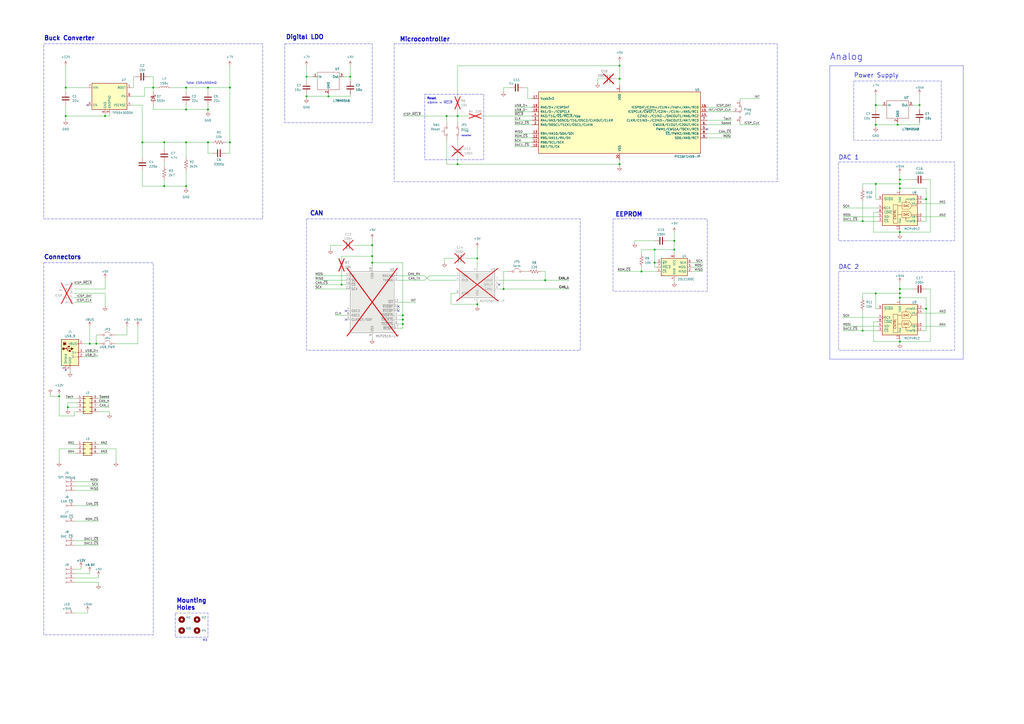
<source format=kicad_sch>
(kicad_sch (version 20250114) (generator "eeschema") (generator_version "9.0")
  (paper "A2")
  (title_block (title "CAN Gauge Interface") (date "2025-09-19") (rev "0.1") (company "Sam Anthony"))
  (rectangle (start 25.4 25.4) (end 152.4 127) (stroke (width 0) (type dash)))
  (rectangle (start 495.3 46.99) (end 546.1 81.28) (stroke (width 0) (type dash)))
  (rectangle (start 355.6 127) (end 410.21 168.91) (stroke (width 0) (type dash)))
  (rectangle (start 101.6 355.5999) (end 120.65 369.5699) (stroke (width 0) (type dash)))
  (rectangle (start 165.1 25.4) (end 215.9 71.12) (stroke (width 0) (type dash)))
  (rectangle (start 246.38 54.61) (end 280.67 92.71) (stroke (width 0) (type dash)))
  (rectangle (start 486.41 157.48) (end 553.72 203.2) (stroke (width 0) (type dash)))
  (rectangle (start 177.8 127) (end 336.55 203.2) (stroke (width 0) (type dash)))
  (rectangle (start 25.4 152.4) (end 88.9 368.3) (stroke (width 0) (type dash)))
  (rectangle (start 486.41 93.98) (end 553.72 139.7) (stroke (width 0) (type dash)))
  (rectangle (start 228.6 25.4) (end 450.85 105.41) (stroke (width 0) (type dash)))
  (rectangle (start 481.33 38.1) (end 558.8 208.28))
  (text "Connectors" (at 25.4 149.225 0) (effects (font (size 2.54 2.54) (thickness 0.508) (bold yes)) (justify left)))
  (text "Power Supply" (at 495.3 43.815 0) (effects (font (size 2.54 2.54) (thickness 0.254) (bold yes)) (justify left)))
  (text "Buck Converter" (at 25.4 22.225 0) (effects (font (size 2.54 2.54) (thickness 0.508) (bold yes)) (justify left)))
  (text "Total ESR≤550mΩ" (at 107.95 48.26 0) (effects (font (size 1.27 1.27)) (justify left)))
  (text "CAN" (at 179.705 123.825 0) (effects (font (size 2.54 2.54) (thickness 0.508) (bold yes)) (justify left)))
  (text "Reset" (at 247.65 57.15 0) (effects (font (size 1.27 1.27) (thickness 0.254) (bold yes)) (justify left)))
  (text "Mounting\nHoles" (at 102.235 350.5199 0) (effects (font (size 2.54 2.54) (thickness 0.508) (bold yes)) (justify left)))
  (text "M3\n" (at 117.475 371.4749 0) (effects (font (size 1.27 1.27)) (justify left)))
  (text "EEPROM" (at 356.87 124.46 0) (effects (font (size 2.54 2.54) (thickness 0.508) (bold yes)) (justify left)))
  (text "Digital LDO" (at 165.735 21.59 0) (effects (font (size 2.54 2.54) (thickness 0.508) (bold yes)) (justify left)))
  (text "≤6mm ↔ ~{MCLR}" (at 247.65 59.69 0) (effects (font (size 1.27 1.27)) (justify left)))
  (text "DAC 1" (at 486.41 91.44 0) (effects (font (size 2.54 2.54) (thickness 0.254) (bold yes)) (justify left)))
  (text "Microcontroller" (at 231.775 22.86 0) (effects (font (size 2.54 2.54) (thickness 0.508) (bold yes)) (justify left)))
  (text "Analog" (at 481.33 33.02 0) (effects (font (size 3.81 3.81) (thickness 0.254) (bold yes)) (justify left)))
  (text "Isolation" (at 270.51 78.74 0) (effects (font (size 0.889 0.889))))
  (text "DAC 2" (at 486.41 154.94 0) (effects (font (size 2.54 2.54) (thickness 0.254) (bold yes)) (justify left)))
  (junction (at 38.1 50.8))
  (junction (at 120.65 50.8))
  (junction (at 39.37 236.22))
  (junction (at 521.97 170.18))
  (junction (at 120.65 63.5))
  (junction (at 521.97 172.72))
  (junction (at 391.16 144.78))
  (junction (at 521.97 104.14))
  (junction (at 233.68 185.42))
  (junction (at 533.4 60.96))
  (junction (at 508 170.18))
  (junction (at 391.16 139.7))
  (junction (at 537.21 115.57))
  (junction (at 60.96 67.31))
  (junction (at 500.38 191.77))
  (junction (at 359.41 38.1))
  (junction (at 107.95 82.55))
  (junction (at 34.29 229.87))
  (junction (at 203.2 44.45))
  (junction (at 107.95 63.5))
  (junction (at 177.8 55.88))
  (junction (at 233.68 182.88))
  (junction (at 359.41 45.72))
  (junction (at 120.65 82.55))
  (junction (at 55.88 199.39))
  (junction (at 500.38 128.27))
  (junction (at 88.9 50.8))
  (junction (at 521.97 134.62))
  (junction (at 359.41 95.25))
  (junction (at 95.25 107.95))
  (junction (at 82.55 82.55))
  (junction (at 38.1 67.31))
  (junction (at 107.95 107.95))
  (junction (at 215.9 142.24))
  (junction (at 265.43 67.31))
  (junction (at 521.97 106.68))
  (junction (at 521.97 198.12))
  (junction (at 537.21 179.07))
  (junction (at 95.25 82.55))
  (junction (at 276.86 176.53))
  (junction (at 508 60.96))
  (junction (at 215.9 152.4))
  (junction (at 276.86 149.86))
  (junction (at 316.23 162.56))
  (junction (at 379.73 152.4))
  (junction (at 133.35 50.8))
  (junction (at 521.97 167.64))
  (junction (at 372.11 157.48))
  (junction (at 52.07 199.39))
  (junction (at 215.9 148.59))
  (junction (at 508 106.68))
  (junction (at 190.5 55.88))
  (junction (at 198.12 165.1))
  (junction (at 508 72.39))
  (junction (at 379.73 144.78))
  (junction (at 133.35 82.55))
  (junction (at 520.7 72.39))
  (junction (at 521.97 109.22))
  (junction (at 177.8 44.45))
  (junction (at 107.95 50.8))
  (junction (at 265.43 95.25))
  (junction (at 259.08 67.31))
  (junction (at 233.68 187.96))
  (junction (at 292.1 167.64))
  (no_connect (at 38.1 214.63))
  (no_connect (at 231.14 177.8))
  (no_connect (at 200.66 185.42))
  (no_connect (at 50.8 60.96))
  (no_connect (at 289.56 165.1))
  (no_connect (at 200.66 180.34))
  (no_connect (at 410.21 74.93))
  (no_connect (at 231.14 180.34))
  (wire (pts (xy 231.14 162.56) (xy 246.38 162.56)))
  (wire (pts (xy 265.43 95.25) (xy 265.43 91.44)))
  (wire (pts (xy 410.21 69.85) (xy 424.18 69.85)))
  (wire (pts (xy 203.2 55.88) (xy 203.2 54.61)))
  (wire (pts (xy 215.9 142.24) (xy 215.9 148.59)))
  (wire (pts (xy 506.73 186.69) (xy 509.27 186.69)))
  (wire (pts (xy 292.1 157.48) (xy 294.64 157.48)))
  (wire (pts (xy 44.45 260.35) (xy 34.29 260.35)))
  (wire (pts (xy 233.68 187.96) (xy 233.68 185.42)))
  (wire (pts (xy 506.73 123.19) (xy 509.27 123.19)))
  (wire (pts (xy 265.43 38.1) (xy 359.41 38.1)))
  (wire (pts (xy 231.14 187.96) (xy 233.68 187.96)))
  (wire (pts (xy 289.56 167.64) (xy 292.1 167.64)))
  (wire (pts (xy 521.97 172.72) (xy 521.97 173.99)))
  (wire (pts (xy 215.9 195.58) (xy 215.9 196.85)))
  (wire (pts (xy 60.96 167.64) (xy 60.96 161.29)))
  (wire (pts (xy 48.26 204.47) (xy 57.15 204.47)))
  (wire (pts (xy 381 152.4) (xy 379.73 152.4)))
  (wire (pts (xy 508 71.12) (xy 508 72.39)))
  (wire (pts (xy 38.1 38.1) (xy 38.1 50.8)))
  (wire (pts (xy 262.89 149.86) (xy 257.81 149.86)))
  (wire (pts (xy 508 179.07) (xy 508 170.18)))
  (wire (pts (xy 177.8 55.88) (xy 190.5 55.88)))
  (wire (pts (xy 500.38 191.77) (xy 509.27 191.77)))
  (wire (pts (xy 372.11 144.78) (xy 379.73 144.78)))
  (wire (pts (xy 265.43 38.1) (xy 265.43 55.88)))
  (wire (pts (xy 534.67 128.27) (xy 537.21 128.27)))
  (wire (pts (xy 488.95 184.15) (xy 509.27 184.15)))
  (wire (pts (xy 120.65 50.8) (xy 133.35 50.8)))
  (wire (pts (xy 521.97 196.85) (xy 521.97 198.12)))
  (wire (pts (xy 82.55 91.44) (xy 82.55 82.55)))
  (wire (pts (xy 233.68 185.42) (xy 233.68 182.88)))
  (wire (pts (xy 123.19 82.55) (xy 120.65 82.55)))
  (wire (pts (xy 521.97 198.12) (xy 521.97 199.39)))
  (wire (pts (xy 537.21 172.72) (xy 521.97 172.72)))
  (wire (pts (xy 410.21 64.77) (xy 425.45 64.77)))
  (wire (pts (xy 34.29 241.3) (xy 34.29 229.87)))
  (wire (pts (xy 198.12 165.1) (xy 198.12 157.48)))
  (wire (pts (xy 57.15 260.35) (xy 67.31 260.35)))
  (wire (pts (xy 52.07 332.74) (xy 52.07 331.47)))
  (wire (pts (xy 203.2 46.99) (xy 203.2 44.45)))
  (wire (pts (xy 39.37 236.22) (xy 39.37 237.49)))
  (wire (pts (xy 38.1 50.8) (xy 38.1 53.34)))
  (wire (pts (xy 43.18 293.37) (xy 57.15 293.37)))
  (wire (pts (xy 57.15 233.68) (xy 63.5 233.68)))
  (wire (pts (xy 298.45 82.55) (xy 308.61 82.55)))
  (wire (pts (xy 506.73 134.62) (xy 521.97 134.62)))
  (wire (pts (xy 82.55 60.96) (xy 82.55 82.55)))
  (wire (pts (xy 534.67 181.61) (xy 548.64 181.61)))
  (wire (pts (xy 203.2 44.45) (xy 199.39 44.45)))
  (wire (pts (xy 539.75 134.62) (xy 521.97 134.62)))
  (wire (pts (xy 182.88 165.1) (xy 198.12 165.1)))
  (wire (pts (xy 511.81 60.96) (xy 508 60.96)))
  (wire (pts (xy 43.18 302.26) (xy 57.15 302.26)))
  (wire (pts (xy 429.26 71.12) (xy 429.26 72.39)))
  (wire (pts (xy 95.25 93.98) (xy 95.25 96.52)))
  (wire (pts (xy 509.27 115.57) (xy 508 115.57)))
  (wire (pts (xy 508 72.39) (xy 520.7 72.39)))
  (wire (pts (xy 534.67 118.11) (xy 548.64 118.11)))
  (wire (pts (xy 55.88 199.39) (xy 57.15 199.39)))
  (wire (pts (xy 88.9 63.5) (xy 107.95 63.5)))
  (wire (pts (xy 298.45 69.85) (xy 308.61 69.85)))
  (wire (pts (xy 182.88 160.02) (xy 200.66 160.02)))
  (wire (pts (xy 537.21 109.22) (xy 537.21 115.57)))
  (wire (pts (xy 410.21 62.23) (xy 424.18 62.23)))
  (wire (pts (xy 508 106.68) (xy 521.97 106.68)))
  (wire (pts (xy 508 115.57) (xy 508 106.68)))
  (wire (pts (xy 537.21 172.72) (xy 537.21 179.07)))
  (wire (pts (xy 194.31 182.88) (xy 200.66 182.88)))
  (wire (pts (xy 46.99 330.2) (xy 46.99 328.93)))
  (wire (pts (xy 488.95 189.23) (xy 509.27 189.23)))
  (wire (pts (xy 203.2 38.1) (xy 203.2 44.45)))
  (wire (pts (xy 520.7 72.39) (xy 520.7 71.12)))
  (wire (pts (xy 372.11 147.32) (xy 372.11 144.78)))
  (wire (pts (xy 177.8 54.61) (xy 177.8 55.88)))
  (wire (pts (xy 359.41 45.72) (xy 356.87 45.72)))
  (wire (pts (xy 57.15 236.22) (xy 63.5 236.22)))
  (wire (pts (xy 359.41 49.53) (xy 359.41 45.72)))
  (wire (pts (xy 215.9 148.59) (xy 215.9 152.4)))
  (wire (pts (xy 82.55 107.95) (xy 95.25 107.95)))
  (wire (pts (xy 107.95 82.55) (xy 95.25 82.55)))
  (wire (pts (xy 233.68 67.31) (xy 259.08 67.31)))
  (wire (pts (xy 429.26 58.42) (xy 429.26 57.15)))
  (wire (pts (xy 521.97 167.64) (xy 521.97 170.18)))
  (wire (pts (xy 506.73 134.62) (xy 506.73 123.19)))
  (wire (pts (xy 107.95 82.55) (xy 107.95 91.44)))
  (wire (pts (xy 534.67 189.23) (xy 548.64 189.23)))
  (wire (pts (xy 50.8 355.6) (xy 50.8 354.33)))
  (wire (pts (xy 43.18 165.1) (xy 53.34 165.1)))
  (wire (pts (xy 191.77 142.24) (xy 191.77 144.78)))
  (wire (pts (xy 120.65 82.55) (xy 107.95 82.55)))
  (wire (pts (xy 57.15 238.76) (xy 63.5 238.76)))
  (wire (pts (xy 39.37 236.22) (xy 44.45 236.22)))
  (wire (pts (xy 521.97 163.83) (xy 521.97 167.64)))
  (wire (pts (xy 539.75 167.64) (xy 539.75 198.12)))
  (wire (pts (xy 133.35 50.8) (xy 133.35 82.55)))
  (wire (pts (xy 60.96 170.18) (xy 60.96 177.8)))
  (wire (pts (xy 308.61 57.15) (xy 306.07 57.15)))
  (wire (pts (xy 539.75 104.14) (xy 539.75 134.62)))
  (wire (pts (xy 379.73 154.94) (xy 379.73 152.4)))
  (wire (pts (xy 537.21 109.22) (xy 521.97 109.22)))
  (wire (pts (xy 44.45 233.68) (xy 39.37 233.68)))
  (wire (pts (xy 57.15 337.82) (xy 57.15 339.09)))
  (wire (pts (xy 379.73 144.78) (xy 391.16 144.78)))
  (wire (pts (xy 55.88 194.31) (xy 57.15 194.31)))
  (wire (pts (xy 177.8 55.88) (xy 177.8 57.15)))
  (wire (pts (xy 372.11 157.48) (xy 372.11 154.94)))
  (wire (pts (xy 67.31 260.35) (xy 67.31 267.97)))
  (wire (pts (xy 38.1 67.31) (xy 38.1 69.85)))
  (wire (pts (xy 391.16 139.7) (xy 391.16 144.78)))
  (wire (pts (xy 401.32 157.48) (xy 407.67 157.48)))
  (wire (pts (xy 306.07 50.8) (xy 303.53 50.8)))
  (wire (pts (xy 533.4 54.61) (xy 533.4 60.96)))
  (wire (pts (xy 107.95 50.8) (xy 120.65 50.8)))
  (wire (pts (xy 88.9 44.45) (xy 88.9 50.8)))
  (wire (pts (xy 270.51 149.86) (xy 276.86 149.86)))
  (wire (pts (xy 76.2 60.96) (xy 82.55 60.96)))
  (wire (pts (xy 88.9 60.96) (xy 88.9 63.5)))
  (wire (pts (xy 410.21 80.01) (xy 424.18 80.01)))
  (wire (pts (xy 198.12 149.86) (xy 198.12 148.59)))
  (wire (pts (xy 306.07 57.15) (xy 306.07 50.8)))
  (wire (pts (xy 107.95 63.5) (xy 120.65 63.5)))
  (wire (pts (xy 429.26 57.15) (xy 440.69 57.15)))
  (wire (pts (xy 190.5 55.88) (xy 190.5 54.61)))
  (wire (pts (xy 292.1 50.8) (xy 292.1 53.34)))
  (wire (pts (xy 57.15 262.89) (xy 62.23 262.89)))
  (wire (pts (xy 500.38 106.68) (xy 508 106.68)))
  (wire (pts (xy 99.06 50.8) (xy 107.95 50.8)))
  (wire (pts (xy 44.45 238.76) (xy 43.18 238.76)))
  (wire (pts (xy 107.95 60.96) (xy 107.95 63.5)))
  (wire (pts (xy 88.9 53.34) (xy 88.9 50.8)))
  (wire (pts (xy 257.81 149.86) (xy 257.81 152.4)))
  (wire (pts (xy 316.23 157.48) (xy 316.23 162.56)))
  (wire (pts (xy 39.37 257.81) (xy 44.45 257.81)))
  (wire (pts (xy 120.65 82.55) (xy 120.65 88.9)))
  (wire (pts (xy 43.18 335.28) (xy 57.15 335.28)))
  (wire (pts (xy 107.95 107.95) (xy 107.95 109.22)))
  (wire (pts (xy 410.21 72.39) (xy 424.18 72.39)))
  (wire (pts (xy 63.5 238.76) (xy 63.5 240.03)))
  (wire (pts (xy 133.35 82.55) (xy 133.35 88.9)))
  (wire (pts (xy 259.08 67.31) (xy 259.08 71.12)))
  (wire (pts (xy 233.68 152.4) (xy 233.68 182.88)))
  (wire (pts (xy 95.25 107.95) (xy 107.95 107.95)))
  (wire (pts (xy 43.18 316.23) (xy 57.15 316.23)))
  (wire (pts (xy 265.43 81.28) (xy 265.43 83.82)))
  (wire (pts (xy 233.68 152.4) (xy 215.9 152.4)))
  (wire (pts (xy 120.65 50.8) (xy 120.65 53.34)))
  (wire (pts (xy 521.97 109.22) (xy 521.97 110.49)))
  (wire (pts (xy 298.45 77.47) (xy 308.61 77.47)))
  (wire (pts (xy 200.66 165.1) (xy 198.12 165.1)))
  (wire (pts (xy 298.45 85.09) (xy 308.61 85.09)))
  (wire (pts (xy 316.23 162.56) (xy 330.2 162.56)))
  (wire (pts (xy 259.08 67.31) (xy 265.43 67.31)))
  (wire (pts (xy 539.75 198.12) (xy 521.97 198.12)))
  (wire (pts (xy 198.12 148.59) (xy 215.9 148.59)))
  (wire (pts (xy 29.21 228.6) (xy 29.21 229.87)))
  (wire (pts (xy 120.65 63.5) (xy 120.65 60.96)))
  (wire (pts (xy 107.95 107.95) (xy 107.95 99.06)))
  (wire (pts (xy 177.8 38.1) (xy 177.8 44.45)))
  (wire (pts (xy 537.21 179.07) (xy 537.21 191.77)))
  (wire (pts (xy 521.97 100.33) (xy 521.97 104.14)))
  (wire (pts (xy 231.14 190.5) (xy 233.68 190.5)))
  (wire (pts (xy 29.21 229.87) (xy 34.29 229.87)))
  (wire (pts (xy 304.8 157.48) (xy 306.07 157.48)))
  (wire (pts (xy 358.14 157.48) (xy 372.11 157.48)))
  (wire (pts (xy 107.95 50.8) (xy 107.95 53.34)))
  (wire (pts (xy 506.73 198.12) (xy 521.97 198.12)))
  (wire (pts (xy 295.91 50.8) (xy 292.1 50.8)))
  (wire (pts (xy 359.41 95.25) (xy 359.41 96.52)))
  (wire (pts (xy 521.97 104.14) (xy 529.59 104.14)))
  (wire (pts (xy 43.18 284.48) (xy 57.15 284.48)))
  (wire (pts (xy 43.18 281.94) (xy 57.15 281.94)))
  (wire (pts (xy 521.97 170.18) (xy 521.97 172.72)))
  (wire (pts (xy 500.38 172.72) (xy 500.38 170.18)))
  (wire (pts (xy 43.18 238.76) (xy 43.18 241.3)))
  (wire (pts (xy 55.88 199.39) (xy 55.88 194.31)))
  (wire (pts (xy 57.15 231.14) (xy 63.5 231.14)))
  (wire (pts (xy 60.96 67.31) (xy 60.96 66.04)))
  (wire (pts (xy 67.31 199.39) (xy 80.01 199.39)))
  (wire (pts (xy 279.4 67.31) (xy 308.61 67.31)))
  (wire (pts (xy 43.18 241.3) (xy 34.29 241.3)))
  (wire (pts (xy 82.55 82.55) (xy 95.25 82.55)))
  (wire (pts (xy 534.67 179.07) (xy 537.21 179.07)))
  (wire (pts (xy 48.26 199.39) (xy 52.07 199.39)))
  (wire (pts (xy 259.08 81.28) (xy 259.08 95.25)))
  (wire (pts (xy 52.07 199.39) (xy 55.88 199.39)))
  (wire (pts (xy 500.38 170.18) (xy 508 170.18)))
  (wire (pts (xy 298.45 64.77) (xy 308.61 64.77)))
  (wire (pts (xy 500.38 128.27) (xy 509.27 128.27)))
  (wire (pts (xy 401.32 154.94) (xy 407.67 154.94)))
  (wire (pts (xy 120.65 63.5) (xy 120.65 64.77)))
  (wire (pts (xy 521.97 106.68) (xy 521.97 109.22)))
  (wire (pts (xy 57.15 257.81) (xy 62.23 257.81)))
  (wire (pts (xy 410.21 77.47) (xy 424.18 77.47)))
  (wire (pts (xy 76.2 50.8) (xy 77.47 50.8)))
  (wire (pts (xy 508 170.18) (xy 521.97 170.18)))
  (wire (pts (xy 276.86 176.53) (xy 276.86 177.8)))
  (wire (pts (xy 248.92 160.02) (xy 246.38 162.56)))
  (wire (pts (xy 38.1 60.96) (xy 38.1 67.31)))
  (wire (pts (xy 43.18 332.74) (xy 52.07 332.74)))
  (wire (pts (xy 57.15 335.28) (xy 57.15 334.01)))
  (wire (pts (xy 39.37 233.68) (xy 39.37 236.22)))
  (wire (pts (xy 500.38 116.84) (xy 500.38 128.27)))
  (wire (pts (xy 346.71 45.72) (xy 349.25 45.72)))
  (wire (pts (xy 391.16 162.56) (xy 391.16 163.83)))
  (wire (pts (xy 34.29 260.35) (xy 34.29 267.97)))
  (wire (pts (xy 38.1 231.14) (xy 44.45 231.14)))
  (wire (pts (xy 231.14 182.88) (xy 233.68 182.88)))
  (wire (pts (xy 130.81 82.55) (xy 133.35 82.55)))
  (wire (pts (xy 391.16 144.78) (xy 391.16 147.32)))
  (wire (pts (xy 379.73 144.78) (xy 379.73 152.4)))
  (wire (pts (xy 88.9 50.8) (xy 91.44 50.8)))
  (wire (pts (xy 521.97 134.62) (xy 521.97 135.89)))
  (wire (pts (xy 43.18 337.82) (xy 57.15 337.82)))
  (wire (pts (xy 508 60.96) (xy 508 63.5)))
  (wire (pts (xy 313.69 157.48) (xy 316.23 157.48)))
  (wire (pts (xy 359.41 92.71) (xy 359.41 95.25)))
  (wire (pts (xy 488.95 191.77) (xy 500.38 191.77)))
  (wire (pts (xy 276.86 175.26) (xy 276.86 176.53)))
  (wire (pts (xy 43.18 313.69) (xy 57.15 313.69)))
  (wire (pts (xy 63.5 66.04) (xy 63.5 67.31)))
  (wire (pts (xy 508 72.39) (xy 508 73.66)))
  (wire (pts (xy 506.73 198.12) (xy 506.73 186.69)))
  (wire (pts (xy 429.26 72.39) (xy 440.69 72.39)))
  (wire (pts (xy 292.1 167.64) (xy 292.1 157.48)))
  (wire (pts (xy 508 54.61) (xy 508 60.96)))
  (wire (pts (xy 182.88 167.64) (xy 200.66 167.64)))
  (wire (pts (xy 43.18 355.6) (xy 50.8 355.6)))
  (wire (pts (xy 133.35 88.9) (xy 130.81 88.9)))
  (wire (pts (xy 387.35 139.7) (xy 391.16 139.7)))
  (wire (pts (xy 391.16 134.62) (xy 391.16 139.7)))
  (wire (pts (xy 265.43 95.25) (xy 359.41 95.25)))
  (wire (pts (xy 537.21 104.14) (xy 539.75 104.14)))
  (wire (pts (xy 198.12 142.24) (xy 191.77 142.24)))
  (wire (pts (xy 261.62 170.18) (xy 264.16 170.18)))
  (wire (pts (xy 215.9 138.43) (xy 215.9 142.24)))
  (wire (pts (xy 521.97 104.14) (xy 521.97 106.68)))
  (wire (pts (xy 43.18 167.64) (xy 60.96 167.64)))
  (wire (pts (xy 265.43 67.31) (xy 271.78 67.31)))
  (wire (pts (xy 534.67 115.57) (xy 537.21 115.57)))
  (wire (pts (xy 289.56 162.56) (xy 316.23 162.56)))
  (wire (pts (xy 95.25 104.14) (xy 95.25 107.95)))
  (wire (pts (xy 48.26 207.01) (xy 57.15 207.01)))
  (wire (pts (xy 77.47 44.45) (xy 78.74 44.45)))
  (wire (pts (xy 77.47 50.8) (xy 77.47 44.45)))
  (wire (pts (xy 133.35 38.1) (xy 133.35 50.8)))
  (wire (pts (xy 83.82 50.8) (xy 88.9 50.8)))
  (wire (pts (xy 533.4 72.39) (xy 533.4 71.12)))
  (wire (pts (xy 76.2 55.88) (xy 83.82 55.88)))
  (wire (pts (xy 82.55 99.06) (xy 82.55 107.95)))
  (wire (pts (xy 73.66 194.31) (xy 73.66 189.23)))
  (wire (pts (xy 43.18 170.18) (xy 60.96 170.18)))
  (wire (pts (xy 52.07 189.23) (xy 52.07 199.39)))
  (wire (pts (xy 177.8 44.45) (xy 177.8 46.99)))
  (wire (pts (xy 120.65 88.9) (xy 123.19 88.9)))
  (wire (pts (xy 265.43 67.31) (xy 265.43 71.12)))
  (wire (pts (xy 215.9 152.4) (xy 215.9 154.94)))
  (wire (pts (xy 259.08 95.25) (xy 265.43 95.25)))
  (wire (pts (xy 401.32 152.4) (xy 407.67 152.4)))
  (wire (pts (xy 190.5 55.88) (xy 203.2 55.88)))
  (wire (pts (xy 261.62 176.53) (xy 261.62 170.18)))
  (wire (pts (xy 34.29 229.87) (xy 34.29 228.6)))
  (wire (pts (xy 63.5 67.31) (xy 60.96 67.31)))
  (wire (pts (xy 43.18 175.26) (xy 53.34 175.26)))
  (wire (pts (xy 181.61 44.45) (xy 177.8 44.45)))
  (wire (pts (xy 40.64 214.63) (xy 40.64 215.9)))
  (wire (pts (xy 381 154.94) (xy 379.73 154.94)))
  (wire (pts (xy 534.67 125.73) (xy 548.64 125.73)))
  (wire (pts (xy 205.74 142.24) (xy 215.9 142.24)))
  (wire (pts (xy 231.14 160.02) (xy 246.38 160.02)))
  (wire (pts (xy 500.38 109.22) (xy 500.38 106.68)))
  (wire (pts (xy 500.38 180.34) (xy 500.38 191.77)))
  (wire (pts (xy 276.86 176.53) (xy 261.62 176.53)))
  (wire (pts (xy 346.71 48.26) (xy 346.71 45.72)))
  (wire (pts (xy 534.67 191.77) (xy 537.21 191.77)))
  (wire (pts (xy 67.31 194.31) (xy 73.66 194.31)))
  (wire (pts (xy 43.18 279.4) (xy 57.15 279.4)))
  (wire (pts (xy 488.95 128.27) (xy 500.38 128.27)))
  (wire (pts (xy 368.3 139.7) (xy 368.3 140.97)))
  (wire (pts (xy 60.96 67.31) (xy 38.1 67.31)))
  (wire (pts (xy 368.3 139.7) (xy 379.73 139.7)))
  (wire (pts (xy 38.1 50.8) (xy 50.8 50.8)))
  (wire (pts (xy 509.27 179.07) (xy 508 179.07)))
  (wire (pts (xy 298.45 80.01) (xy 308.61 80.01)))
  (wire (pts (xy 359.41 38.1) (xy 359.41 45.72)))
  (wire (pts (xy 276.86 143.51) (xy 276.86 149.86)))
  (wire (pts (xy 381 157.48) (xy 372.11 157.48)))
  (wire (pts (xy 83.82 55.88) (xy 83.82 50.8)))
  (wire (pts (xy 233.68 190.5) (xy 233.68 187.96)))
  (wire (pts (xy 537.21 167.64) (xy 539.75 167.64)))
  (wire (pts (xy 521.97 167.64) (xy 529.59 167.64)))
  (wire (pts (xy 488.95 125.73) (xy 509.27 125.73)))
  (wire (pts (xy 359.41 35.56) (xy 359.41 38.1)))
  (wire (pts (xy 292.1 167.64) (xy 330.2 167.64)))
  (wire (pts (xy 231.14 175.26) (xy 241.3 175.26)))
  (wire (pts (xy 39.37 262.89) (xy 44.45 262.89)))
  (wire (pts (xy 231.14 185.42) (xy 233.68 185.42)))
  (wire (pts (xy 521.97 133.35) (xy 521.97 134.62)))
  (wire (pts (xy 298.45 62.23) (xy 308.61 62.23)))
  (wire (pts (xy 248.92 162.56) (xy 264.16 162.56)))
  (wire (pts (xy 488.95 120.65) (xy 509.27 120.65)))
  (wire (pts (xy 182.88 162.56) (xy 200.66 162.56)))
  (wire (pts (xy 533.4 63.5) (xy 533.4 60.96)))
  (wire (pts (xy 248.92 160.02) (xy 264.16 160.02)))
  (wire (pts (xy 246.38 160.02) (xy 248.92 162.56)))
  (wire (pts (xy 43.18 330.2) (xy 46.99 330.2)))
  (wire (pts (xy 537.21 115.57) (xy 537.21 128.27)))
  (wire (pts (xy 265.43 63.5) (xy 265.43 67.31)))
  (wire (pts (xy 43.18 172.72) (xy 53.34 172.72)))
  (wire (pts (xy 86.36 44.45) (xy 88.9 44.45)))
  (wire (pts (xy 520.7 72.39) (xy 533.4 72.39)))
  (wire (pts (xy 80.01 199.39) (xy 80.01 189.23)))
  (wire (pts (xy 276.86 149.86) (xy 276.86 154.94)))
  (wire (pts (xy 95.25 82.55) (xy 95.25 86.36)))
  (wire (pts (xy 533.4 60.96) (xy 529.59 60.96)))
  (wire (pts (xy 298.45 72.39) (xy 308.61 72.39)))
  (label "DAC1_~{CS}" (at 488.95 128.27 0))
  (label "MISO" (at 57.15 284.48 180))
  (label "CAN_H" (at 330.2 162.56 180) (effects (font (thickness 0.254) (bold yes))))
  (label "SCK" (at 407.67 152.4 180) (effects (font (thickness 0.1588))))
  (label "Speed" (at 63.5 231.14 180) (effects (font (thickness 0.1588))))
  (label "CLK" (at 298.45 69.85 0))
  (label "MOSI" (at 424.18 80.01 180) (effects (font (thickness 0.1588))))
  (label "ICSP_DAT" (at 424.18 62.23 180))
  (label "CAN_L" (at 63.5 236.22 180))
  (label "ROM_~{CS}" (at 358.14 157.48 0) (effects (font (thickness 0.1588))))
  (label "MOSI" (at 182.88 160.02 0) (effects (font (thickness 0.1588))))
  (label "DAC1_~{CS}" (at 298.45 85.09 0))
  (label "AN3" (at 62.23 262.89 180) (effects (font (thickness 0.1588))))
  (label "Speed" (at 424.18 72.39 180))
  (label "AN1" (at 548.64 118.11 180))
  (label "CAN_~{CS}" (at 424.18 77.47 180))
  (label "CAN_~{CS}" (at 57.15 293.37 180))
  (label "INT" (at 440.69 57.15 180))
  (label "CLK" (at 194.31 182.88 0))
  (label "MISO" (at 407.67 157.48 180) (effects (font (thickness 0.1588))))
  (label "INT" (at 241.3 175.26 180) (effects (font (thickness 0.1588))))
  (label "MOSI" (at 407.67 154.94 180) (effects (font (thickness 0.1588))))
  (label "ICSP_CLK" (at 53.34 175.26 180))
  (label "AN2" (at 62.23 257.81 180) (effects (font (thickness 0.1588))))
  (label "SCK" (at 298.45 82.55 0) (effects (font (thickness 0.1588))))
  (label "Tach" (at 38.1 231.14 0) (effects (font (thickness 0.1588))))
  (label "CAN_~{CS}" (at 182.88 165.1 0) (effects (font (thickness 0.1588))))
  (label "ICSP_CLK" (at 440.69 72.39 180))
  (label "USB_D+" (at 298.45 62.23 0))
  (label "SCK" (at 488.95 184.15 0) (effects (font (thickness 0.1588))))
  (label "ROM_~{CS}" (at 57.15 302.26 180))
  (label "AN1" (at 39.37 257.81 0) (effects (font (thickness 0.1588))))
  (label "DAC2_~{CS}" (at 298.45 72.39 0))
  (label "USB_D-" (at 298.45 64.77 0))
  (label "INT{slash}ICSP_CLK" (at 424.18 64.77 180))
  (label "SCK" (at 57.15 281.94 180))
  (label "AN4" (at 39.37 262.89 0) (effects (font (thickness 0.1588))))
  (label "MOSI" (at 488.95 125.73 0))
  (label "AN4" (at 548.64 189.23 180))
  (label "MISO" (at 182.88 162.56 0) (effects (font (thickness 0.1588))))
  (label "DAC1_~{CS}" (at 57.15 313.69 180))
  (label "MOSI" (at 57.15 279.4 180))
  (label "~{MCLR}" (at 298.45 67.31 0))
  (label "AN3" (at 548.64 181.61 180))
  (label "DAC2_~{CS}" (at 57.15 316.23 180))
  (label "USB_D-" (at 57.15 207.01 180))
  (label "AN2" (at 548.64 125.73 180))
  (label "USB_D+" (at 57.15 204.47 180))
  (label "SCK" (at 182.88 167.64 0) (effects (font (thickness 0.1588))))
  (label "Tach" (at 424.18 69.85 180))
  (label "ROM_~{CS}" (at 298.45 80.01 0))
  (label "ICSP_DAT" (at 53.34 172.72 180))
  (label "CAN_RX" (at 243.84 160.02 180))
  (label "ICSP_~{MCLR}" (at 53.34 165.1 180))
  (label "MISO" (at 298.45 77.47 0) (effects (font (thickness 0.1588))))
  (label "ICSP_~{MCLR}" (at 233.68 67.31 0))
  (label "MOSI" (at 488.95 189.23 0))
  (label "CAN_L" (at 330.2 167.64 180) (effects (font (thickness 0.254) (bold yes))))
  (label "SCK" (at 488.95 120.65 0) (effects (font (thickness 0.1588))))
  (label "DAC2_~{CS}" (at 488.95 191.77 0))
  (label "CAN_TX" (at 243.84 162.56 180))
  (label "CAN_H" (at 63.5 233.68 180) (effects (font (thickness 0.1588))))
  (symbol (lib_id "power:GND") (at 107.95 109.22 0) (unit 1)
    (property "Reference" "#PWR012" (effects (hide yes)))
    (property "Value" "GND" (at 107.95 114.3 0))
    (property "Description" "Power symbol creates a global label with name \"GND\" , ground" (effects (hide yes)))
  )
  (symbol (lib_id "power:GND") (at 215.9 196.85 0) (unit 1)
    (property "Reference" "#PWR028" (effects (hide yes)))
    (property "Value" "GND" (effects (hide yes)))
    (property "Description" "Power symbol creates a global label with name \"GND\" , ground" (effects (hide yes)))
  )
  (symbol (lib_id "Connector:USB_B") (at 40.64 204.47 0) (unit 1)
    (property "Reference" "J1" (at 40.64 192.405 0))
    (property "Value" "USB_B" (at 40.64 194.945 0))
    (property "Footprint" "Connector_USB:USB_B_OST_USB-B1HSxx_Horizontal" (effects (hide yes)))
    (property "Description" "USB Type B connector" (effects (hide yes)))
  )
  (symbol (lib_id "Device:C") (at 107.95 57.15 0) (unit 1)
    (property "Reference" "C3" (at 111.125 55.88 0) (effects (justify left)))
    (property "Value" "22u" (at 111.125 58.42 0) (effects (justify left)))
    (property "Description" "Unpolarized capacitor" (effects (hide yes)))
  )
  (symbol (lib_id "power:GND") (at 120.65 64.77 0) (unit 1)
    (property "Reference" "#PWR04" (effects (hide yes)))
    (property "Value" "GND" (at 120.65 69.85 0))
    (property "Description" "Power symbol creates a global label with name \"GND\" , ground" (effects (hide yes)))
  )
  (symbol (lib_id "Device:C") (at 95.25 90.17 0) (unit 1)
    (property "Reference" "C7" (at 99.06 88.8999 0) (effects (justify left)))
    (property "Value" "47n" (at 99.06 91.4399 0) (effects (justify left)))
    (property "Description" "Unpolarized capacitor" (effects (hide yes)))
  )
  (symbol (lib_id "power:GND") (at 57.15 339.09 0) (unit 1)
    (property "Reference" "#PWR039" (effects (hide yes)))
    (property "Value" "GND" (effects (hide yes)))
    (property "Description" "Power symbol creates a global label with name \"GND\" , ground" (effects (hide yes)))
  )
  (symbol (lib_id "power:+12V") (at 34.29 228.6 0) (unit 1)
    (property "Reference" "#PWR029" (effects (hide yes)))
    (property "Value" "+12V" (at 34.29 223.52 0))
    (property "Description" "Power symbol creates a global label with name \"+12V\"" (effects (hide yes)))
  )
  (symbol (lib_id "power:GND") (at 508 73.66 0) (unit 1)
    (property "Reference" "#PWR046" (effects (hide yes)))
    (property "Value" "GND" (at 508 78.74 0))
    (property "Description" "Power symbol creates a global label with name \"GND\" , ground" (effects (hide yes)))
  )
  (symbol (lib_id "power:GND") (at 63.5 240.03 0) (unit 1)
    (property "Reference" "#PWR033" (effects (hide yes)))
    (property "Value" "GND" (effects (hide yes)))
    (property "Description" "Power symbol creates a global label with name \"GND\" , ground" (effects (hide yes)))
  )
  (symbol (lib_id "power:+5V") (at 203.2 38.1 0) (unit 1)
    (property "Reference" "#PWR044" (effects (hide yes)))
    (property "Value" "+5V" (at 203.2 33.02 0))
    (property "Description" "Power symbol creates a global label with name \"+5V\"" (effects (hide yes)))
  )
  (symbol (lib_id "Device:C") (at 383.54 139.7 90) (unit 1)
    (property "Reference" "C15" (at 383.54 133.35 90))
    (property "Value" "100n" (at 383.54 135.89 90))
    (property "Footprint" "Capacitor_THT:C_Disc_D5.0mm_W2.5mm_P2.50mm" (effects (hide yes)))
    (property "Description" "Unpolarized capacitor" (effects (hide yes)))
  )
  (symbol (lib_id "Jumper:Jumper_2_Bridged") (at 265.43 76.2 270) (mirror x) (unit 1)
    (property "Reference" "JP1" (at 267.335 72.39 90) (effects (justify left)))
    (property "Value" "~{Prog}" (at 267.335 75.565 90) (effects (justify left)))
    (property "Footprint" "Connector_PinSocket_2.54mm:PinSocket_1x02_P2.54mm_Vertical" (effects (hide yes)))
    (property "Description" "Jumper, 2-pole, closed/bridged" (effects (hide yes)))
  )
  (symbol (lib_id "power:+7.5V") (at 177.8 38.1 0) (unit 1)
    (property "Reference" "#PWR043" (effects (hide yes)))
    (property "Value" "+7V" (at 177.8 33.02 0))
    (property "Description" "Power symbol creates a global label with name \"+7.5V\"" (effects (hide yes)))
  )
  (symbol (lib_id "Device:C") (at 266.7 149.86 90) (unit 1) (dnp yes)
    (property "Reference" "C14" (at 266.7 143.51 90))
    (property "Value" "100n" (at 266.7 146.05 90))
    (property "Footprint" "Capacitor_THT:C_Disc_D5.0mm_W2.5mm_P2.50mm" (effects (hide yes)))
    (property "Description" "Unpolarized capacitor" (effects (hide yes)))
  )
  (symbol (lib_id "Device:C") (at 38.1 57.15 0) (unit 1)
    (property "Reference" "C1" (at 41.91 55.8799 0) (effects (justify left)))
    (property "Value" "22u" (at 41.91 58.4199 0) (effects (justify left)))
    (property "Description" "Unpolarized capacitor" (effects (hide yes)))
  )
  (symbol (lib_id "Regulator_Switching:TPS5430DDA") (at 63.5 55.88 0) (unit 1)
    (property "Reference" "U?" (at 71.755 46.355 0))
    (property "Value" "TPS5430DDA" (at 71.12 65.405 0))
    (property "Footprint" "Package_SO:TI_SO-PowerPAD-8_ThermalVias" (effects (hide yes)))
    (property "Datasheet" "http://www.ti.com/lit/ds/symlink/tps5430.pdf" (effects (hide yes)))
    (property "Description" "3A, Step Down Swift Converter, Adjustable Output Voltage, 5.5-36V Input Voltage, PowerSO-8" (effects (hide yes)))
  )
  (symbol (lib_id "Memory_EEPROM:25LCxxx") (at 391.16 154.94 0) (unit 1)
    (property "Reference" "U4" (at 395.605 148.59 0) (effects (justify left)))
    (property "Value" "25LC160C" (at 393.065 161.925 0) (effects (justify left)))
    (property "Footprint" "Package_DIP:DIP-8_W7.62mm" (effects (hide yes)))
    (property "Datasheet" "http://ww1.microchip.com/downloads/en/DeviceDoc/21832H.pdf" (effects (hide yes)))
    (property "Description" "SPI Serial EEPROM, DIP-8/SOIC-8/TSSOP-8" (effects (hide yes)))
  )
  (symbol (lib_id "Jumper:Jumper_3_Bridged12") (at 429.26 64.77 270) (unit 1) (in_bom no)
    (property "Reference" "JP2" (at 433.705 66.04 90))
    (property "Value" "Prog" (at 433.705 63.5 90))
    (property "Footprint" "Connector_PinSocket_2.54mm:PinSocket_1x03_P2.54mm_Vertical" (effects (hide yes)))
    (property "Description" "Jumper, 3-pole, pins 1+2 closed/bridged" (effects (hide yes)))
  )
  (symbol (lib_id "power:GND") (at 521.97 135.89 0) (unit 1)
    (property "Reference" "#PWR017" (effects (hide yes)))
    (property "Value" "GND" (effects (hide yes)))
    (property "Description" "Power symbol creates a global label with name \"GND\" , ground" (effects (hide yes)))
  )
  (symbol (lib_id "power:GND") (at 521.97 199.39 0) (unit 1)
    (property "Reference" "#PWR019" (effects (hide yes)))
    (property "Value" "GND" (effects (hide yes)))
    (property "Description" "Power symbol creates a global label with name \"GND\" , ground" (effects (hide yes)))
  )
  (symbol (lib_id "power:GND") (at 359.41 96.52 0) (unit 1)
    (property "Reference" "#PWR01" (effects (hide yes)))
    (property "Value" "GND" (effects (hide yes)))
    (property "Description" "Power symbol creates a global label with name \"GND\" , ground" (effects (hide yes)))
  )
  (symbol (lib_id "Device:R_US") (at 198.12 153.67 0) (unit 1) (dnp yes)
    (property "Reference" "R7" (at 200.025 152.4 0) (effects (justify left)))
    (property "Value" "10k" (at 200.025 154.94 0) (effects (justify left)))
    (property "Footprint" "Resistor_THT:R_Axial_DIN0411_L9.9mm_D3.6mm_P12.70mm_Horizontal" (effects (hide yes)))
    (property "Description" "Resistor, US symbol" (effects (hide yes)))
  )
  (symbol (lib_id "Device:R_US") (at 372.11 151.13 0) (unit 1)
    (property "Reference" "R9" (at 374.015 149.86 0) (effects (justify left)))
    (property "Value" "10k" (at 374.015 152.4 0) (effects (justify left)))
    (property "Footprint" "Resistor_THT:R_Axial_DIN0411_L9.9mm_D3.6mm_P12.70mm_Horizontal" (effects (hide yes)))
    (property "Description" "Resistor, US symbol" (effects (hide yes)))
  )
  (symbol (lib_id "Mechanical:MountingHole") (at 105.41 359.4099 0) (unit 1) (exclude_from_sim yes) (in_bom no)
    (property "Reference" "H1" (at 107.95 358.1398 0) (effects (justify left)))
    (property "Value" "MountingHole" (effects (hide yes)))
    (property "Footprint" "MountingHole:MountingHole_3.2mm_M3_DIN965" (effects (hide yes)))
    (property "Description" "Mounting Hole without connection" (effects (hide yes)))
  )
  (symbol (lib_id "power:GND") (at 67.31 267.97 0) (unit 1)
    (property "Reference" "#PWR035" (effects (hide yes)))
    (property "Value" "GND" (effects (hide yes)))
    (property "Description" "Power symbol creates a global label with name \"GND\" , ground" (effects (hide yes)))
  )
  (symbol (lib_id "Jumper:Jumper_2_Open") (at 62.23 194.31 0) (unit 1)
    (property "Reference" "JP3" (at 62.23 191.135 0))
    (property "Value" "USB_PWR" (effects (hide yes)))
    (property "Footprint" "Connector_PinSocket_2.54mm:PinSocket_1x02_P2.54mm_Vertical" (effects (hide yes)))
    (property "Description" "Jumper, 2-pole, open" (effects (hide yes)))
  )
  (symbol (lib_id "Jumper:Jumper_2_Open") (at 62.23 199.39 0) (unit 1)
    (property "Reference" "JP4" (at 62.23 196.215 0))
    (property "Value" "USB_PWR" (at 62.23 201.295 0))
    (property "Footprint" "Connector_PinSocket_2.54mm:PinSocket_1x02_P2.54mm_Vertical" (effects (hide yes)))
    (property "Description" "Jumper, 2-pole, open" (effects (hide yes)))
  )
  (symbol (lib_id "Device:C") (at 120.65 57.15 0) (unit 1)
    (property "Reference" "C5" (at 123.825 55.88 0) (effects (justify left)))
    (property "Value" "22u" (at 123.825 58.42 0) (effects (justify left)))
    (property "Description" "Unpolarized capacitor" (effects (hide yes)))
  )
  (symbol (lib_id "Device:C") (at 201.93 142.24 90) (unit 1) (dnp yes)
    (property "Reference" "C13" (at 201.93 135.89 90))
    (property "Value" "100n" (at 201.93 138.43 90))
    (property "Footprint" "Capacitor_THT:C_Disc_D5.0mm_W2.5mm_P2.50mm" (effects (hide yes)))
    (property "Description" "Unpolarized capacitor" (effects (hide yes)))
  )
  (symbol (lib_id "power:GND") (at 177.8 57.15 0) (unit 1)
    (property "Reference" "#PWR042" (effects (hide yes)))
    (property "Value" "GND" (at 177.8 62.23 0))
    (property "Description" "Power symbol creates a global label with name \"GND\" , ground" (effects (hide yes)))
  )
  (symbol (lib_id "Device:C") (at 82.55 95.25 0) (unit 1)
    (property "Reference" "C4" (at 86.36 93.9799 0) (effects (justify left)))
    (property "Value" "220p" (at 86.36 96.5199 0) (effects (justify left)))
    (property "Description" "Unpolarized capacitor" (effects (hide yes)))
  )
  (symbol (lib_id "Connector:Conn_01x04_Socket") (at 38.1 332.74 0) (mirror y) (unit 1)
    (property "Reference" "J9" (at 38.735 327.66 0))
    (property "Value" "Conn_01x04_Socket" (effects (hide yes)))
    (property "Footprint" "Connector_PinSocket_2.54mm:PinSocket_1x04_P2.54mm_Vertical" (effects (hide yes)))
    (property "Description" "Generic connector, single row, 01x04, script generated" (effects (hide yes)))
  )
  (symbol (lib_id "Device:C") (at 508 67.31 0) (unit 1)
    (property "Reference" "C?" (at 504.825 66.04 0) (effects (justify right)))
    (property "Value" "10u" (at 504.825 68.58 0) (effects (justify right)))
    (property "Description" "Unpolarized capacitor" (effects (hide yes)))
  )
  (symbol (lib_id "Connector_Generic:Conn_02x04_Top_Bottom") (at 49.53 233.68 0) (unit 1)
    (property "Reference" "J2" (at 50.8 227.965 0))
    (property "Value" "Conn_02x04_Top_Bottom" (effects (hide yes)))
    (property "Footprint" "Connector_Molex:Molex_Mini-Fit_Jr_5569-08A2_2x04_P4.20mm_Horizontal" (effects (hide yes)))
    (property "Datasheet" "https://www.molex.com/en-us/products/part-detail/39300080?display=pdf" (effects (hide yes)))
    (property "Description" "Generic connector, double row, 02x04, top/bottom pin numbering scheme (row 1: 1...pins_per_row, row2: pins_per_row+1 ... num_pins), script generated (kicad-library-utils/schlib/autogen/connector/)" (effects (hide yes)))
  )
  (symbol (lib_id "power:GND") (at 38.1 69.85 0) (unit 1)
    (property "Reference" "#PWR06" (effects (hide yes)))
    (property "Value" "GND" (at 38.1 74.93 0))
    (property "Description" "Power symbol creates a global label with name \"GND\" , ground" (effects (hide yes)))
  )
  (symbol (lib_id "Device:C") (at 265.43 87.63 0) (unit 1) (dnp yes)
    (property "Reference" "C12" (at 269.24 86.3599 0) (effects (justify left)))
    (property "Value" "100n" (at 269.24 88.8999 0) (effects (justify left)))
    (property "Footprint" "Capacitor_THT:C_Disc_D5.0mm_W2.5mm_P2.50mm" (effects (hide yes)))
    (property "Description" "Unpolarized capacitor" (effects (hide yes)))
  )
  (symbol (lib_id "Device:R_US") (at 127 82.55 90) (unit 1)
    (property "Reference" "R1" (at 127 76.835 90))
    (property "Value" "10k" (at 127 79.375 90))
    (property "Description" "Resistor, US symbol" (effects (hide yes)))
  )
  (symbol (lib_id "power:+5V") (at 73.66 189.23 0) (unit 1)
    (property "Reference" "#PWR032" (effects (hide yes)))
    (property "Value" "+5V" (at 73.66 185.42 0))
    (property "Description" "Power symbol creates a global label with name \"+5V\"" (effects (hide yes)))
  )
  (symbol (lib_id "Device:C") (at 533.4 167.64 90) (unit 1)
    (property "Reference" "C17" (at 533.4 161.29 90))
    (property "Value" "100n" (at 533.4 163.83 90))
    (property "Footprint" "Capacitor_THT:C_Disc_D5.0mm_W2.5mm_P2.50mm" (effects (hide yes)))
    (property "Description" "Unpolarized capacitor" (effects (hide yes)))
  )
  (symbol (lib_id "power:+5VA") (at 533.4 54.61 0) (mirror y) (unit 1)
    (property "Reference" "#PWR022" (effects (hide yes)))
    (property "Value" "+5VA" (at 533.4 50.8 0))
    (property "Description" "Power symbol creates a global label with name \"+5VA\"" (effects (hide yes)))
  )
  (symbol (lib_id "Analog_DAC:MCP4912") (at 521.97 120.65 0) (unit 1)
    (property "Reference" "U8" (at 528.955 111.76 0) (effects (justify left)))
    (property "Value" "MCP4912" (at 524.51 132.715 0) (effects (justify left)))
    (property "Footprint" "Package_DIP:DIP-14_W7.62mm" (effects (hide yes)))
    (property "Datasheet" "http://ww1.microchip.com/downloads/en/DeviceDoc/22250A.pdf" (effects (hide yes)))
    (property "Description" "2-Channel 10-Bit D/A Converters with SPI Interface" (effects (hide yes)))
  )
  (symbol (lib_id "Device:R_US") (at 275.59 67.31 90) (unit 1) (dnp yes)
    (property "Reference" "R4" (at 273.05 64.77 90))
    (property "Value" "220" (at 277.495 64.77 90))
    (property "Footprint" "Resistor_THT:R_Axial_DIN0411_L9.9mm_D3.6mm_P12.70mm_Horizontal" (effects (hide yes)))
    (property "Description" "Resistor, US symbol" (effects (hide yes)))
  )
  (symbol (lib_id "Device:D_Schottky") (at 88.9 57.15 270) (unit 1)
    (property "Reference" "D?" (at 90.805 55.88 90) (effects (justify left)))
    (property "Value" "SS34" (at 90.805 58.42 90) (effects (justify left)))
    (property "Description" "Schottky diode" (effects (hide yes)))
  )
  (symbol (lib_id "Connector:Conn_01x01_Socket") (at 38.1 293.37 0) (mirror y) (unit 1)
    (property "Reference" "J6" (at 38.735 288.29 0))
    (property "Value" "CAN ~{CS}" (at 38.735 290.83 0))
    (property "Footprint" "Connector_PinSocket_2.54mm:PinSocket_1x01_P2.54mm_Vertical" (effects (hide yes)))
    (property "Description" "Generic connector, single row, 01x01, script generated" (effects (hide yes)))
  )
  (symbol (lib_id "power:GND") (at 39.37 237.49 0) (unit 1)
    (property "Reference" "#PWR030" (effects (hide yes)))
    (property "Value" "GND" (effects (hide yes)))
    (property "Description" "Power symbol creates a global label with name \"GND\" , ground" (effects (hide yes)))
  )
  (symbol (lib_id "symbols:L78M05AB") (at 190.5 41.91 0) (unit 1)
    (property "Reference" "U?" (at 195.58 40.005 0))
    (property "Value" "L78M05AB" (at 198.12 58.42 0))
    (property "Footprint" "Package_TO_SOT_SMD:TO-252-2" (effects (hide yes)))
    (property "Datasheet" "https://www.st.com/resource/en/datasheet/l78m05ab.pdf" (effects (hide yes)))
    (property "Description" "Precision 500 mA regulator" (effects (hide yes)))
  )
  (symbol (lib_id "Connector:Conn_01x01_Socket") (at 38.1 355.6 0) (mirror y) (unit 1)
    (property "Reference" "J10" (at 38.735 350.52 0))
    (property "Value" "+5VA" (at 38.735 353.06 0))
    (property "Footprint" "Connector_PinSocket_2.54mm:PinSocket_1x01_P2.54mm_Vertical" (effects (hide yes)))
    (property "Description" "Generic connector, single row, 01x01, script generated" (effects (hide yes)))
  )
  (symbol (lib_id "power:GND") (at 40.64 215.9 0) (unit 1)
    (property "Reference" "#PWR08" (effects (hide yes)))
    (property "Value" "GND" (effects (hide yes)))
    (property "Description" "Power symbol creates a global label with name \"GND\" , ground" (effects (hide yes)))
  )
  (symbol (lib_id "Device:C") (at 127 88.9 90) (unit 1)
    (property "Reference" "C6" (at 127 92.71 90))
    (property "Value" "3300p" (at 127 95.25 90))
    (property "Description" "Unpolarized capacitor" (effects (hide yes)))
  )
  (symbol (lib_id "power:+6V") (at 52.07 331.47 0) (unit 1)
    (property "Reference" "#PWR014" (effects (hide yes)))
    (property "Value" "+6.5V" (at 52.07 327.66 0))
    (property "Description" "Power symbol creates a global label with name \"+6V\"" (effects (hide yes)))
  )
  (symbol (lib_id "Connector_Generic:Conn_02x03_Top_Bottom") (at 49.53 260.35 0) (unit 1)
    (property "Reference" "J3" (at 50.8 254.635 0))
    (property "Value" "Analog" (effects (hide yes)))
    (property "Footprint" "Connector_Molex:Molex_Mini-Fit_Jr_5569-06A2_2x03_P4.20mm_Horizontal" (effects (hide yes)))
    (property "Description" "Generic connector, double row, 02x03, top/bottom pin numbering scheme (row 1: 1...pins_per_row, row2: pins_per_row+1 ... num_pins), script generated (kicad-library-utils/schlib/autogen/connector/)" (effects (hide yes)))
  )
  (symbol (lib_id "Interface_CAN_LIN:MCP2561-E-P") (at 276.86 165.1 0) (unit 1) (dnp yes)
    (property "Reference" "U3" (at 284.48 156.21 0) (effects (justify left)))
    (property "Value" "MCP2561-E-P" (at 278.13 174.625 0) (effects (justify left)))
    (property "Footprint" "Package_DIP:DIP-8_W7.62mm" (effects (hide yes)))
    (property "Datasheet" "http://ww1.microchip.com/downloads/en/DeviceDoc/25167A.pdf" (effects (hide yes)))
    (property "Description" "High-Speed CAN Transceiver, 1Mbps, 5V supply, SPLIT pin, -40C to +125C, DIP-8" (effects (hide yes)))
  )
  (symbol (lib_id "Connector:Conn_01x03_Socket") (at 38.1 281.94 0) (mirror y) (unit 1)
    (property "Reference" "J5" (at 38.735 274.32 0))
    (property "Value" "SPI Debug" (at 38.735 276.86 0))
    (property "Footprint" "Connector_PinSocket_2.54mm:PinSocket_1x03_P2.54mm_Vertical" (effects (hide yes)))
    (property "Description" "Generic connector, single row, 01x03, script generated" (effects (hide yes)))
  )
  (symbol (lib_id "Mechanical:MountingHole") (at 114.3 365.7599 0) (unit 1) (exclude_from_sim yes) (in_bom no)
    (property "Reference" "H4" (at 116.84 365.7598 0) (effects (justify left)))
    (property "Value" "MountingHole" (effects (hide yes)))
    (property "Footprint" "MountingHole:MountingHole_3.2mm_M3_DIN965" (effects (hide yes)))
    (property "Description" "Mounting Hole without connection" (effects (hide yes)))
  )
  (symbol (lib_id "Device:C") (at 533.4 67.31 0) (unit 1)
    (property "Reference" "C?" (at 536.575 66.04 0) (effects (justify left)))
    (property "Value" "10u" (at 536.575 68.58 0) (effects (justify left)))
    (property "Description" "Unpolarized capacitor" (effects (hide yes)))
  )
  (symbol (lib_id "Device:R_US") (at 265.43 59.69 0) (unit 1) (dnp yes)
    (property "Reference" "R6" (at 267.335 58.42 0) (effects (justify left)))
    (property "Value" "10k" (at 267.335 60.96 0) (effects (justify left)))
    (property "Footprint" "Resistor_THT:R_Axial_DIN0411_L9.9mm_D3.6mm_P12.70mm_Horizontal" (effects (hide yes)))
    (property "Description" "Resistor, US symbol" (effects (hide yes)))
  )
  (symbol (lib_id "power:+5VA") (at 521.97 163.83 0) (mirror y) (unit 1)
    (property "Reference" "#PWR018" (effects (hide yes)))
    (property "Value" "+5VA" (at 521.97 160.02 0))
    (property "Description" "Power symbol creates a global label with name \"+5VA\"" (effects (hide yes)))
  )
  (symbol (lib_id "power:GND") (at 391.16 163.83 0) (unit 1)
    (property "Reference" "#PWR011" (effects (hide yes)))
    (property "Value" "GND" (effects (hide yes)))
    (property "Description" "Power symbol creates a global label with name \"GND\" , ground" (effects (hide yes)))
  )
  (symbol (lib_id "power:GND") (at 346.71 48.26 0) (unit 1)
    (property "Reference" "#PWR03" (effects (hide yes)))
    (property "Value" "GND" (effects (hide yes)))
    (property "Description" "Power symbol creates a global label with name \"GND\" , ground" (effects (hide yes)))
  )
  (symbol (lib_id "power:GND") (at 257.81 152.4 0) (unit 1)
    (property "Reference" "#PWR024" (effects (hide yes)))
    (property "Value" "GND" (effects (hide yes)))
    (property "Description" "Power symbol creates a global label with name \"GND\" , ground" (effects (hide yes)))
  )
  (symbol (lib_id "Device:C") (at 353.06 45.72 270) (unit 1) (dnp yes)
    (property "Reference" "C10" (at 350.52 41.275 90))
    (property "Value" "100n" (at 349.25 43.815 90))
    (property "Footprint" "Capacitor_THT:C_Disc_D5.0mm_W2.5mm_P2.50mm" (effects (hide yes)))
    (property "Description" "Unpolarized capacitor" (effects (hide yes)))
  )
  (symbol (lib_id "power:+5V") (at 391.16 134.62 0) (unit 1)
    (property "Reference" "#PWR020" (effects (hide yes)))
    (property "Value" "+5V" (at 391.16 129.54 0))
    (property "Description" "Power symbol creates a global label with name \"+5V\"" (effects (hide yes)))
  )
  (symbol (lib_id "power:+5V") (at 215.9 138.43 0) (unit 1)
    (property "Reference" "#PWR027" (effects (hide yes)))
    (property "Value" "+5V" (at 215.9 133.35 0))
    (property "Description" "Power symbol creates a global label with name \"+5V\"" (effects (hide yes)))
  )
  (symbol (lib_id "Device:R_US") (at 95.25 100.33 0) (unit 1)
    (property "Reference" "R3" (at 97.79 99.0599 0) (effects (justify left)))
    (property "Value" "2k7" (at 97.79 101.5999 0) (effects (justify left)))
    (property "Description" "Resistor, US symbol" (effects (hide yes)))
  )
  (symbol (lib_id "Connector:Conn_01x05_Pin") (at 38.1 170.18 0) (unit 1) (dnp yes)
    (property "Reference" "J4" (at 36.195 168.275 0) (effects (justify right)))
    (property "Value" "ICSP" (at 36.195 171.45 0) (effects (justify right)))
    (property "Footprint" "Connector_PinHeader_2.54mm:PinHeader_1x05_P2.54mm_Vertical" (effects (hide yes)))
    (property "Description" "Generic connector, single row, 01x05, script generated" (effects (hide yes)))
  )
  (symbol (lib_id "power:GND") (at 60.96 177.8 0) (unit 1)
    (property "Reference" "#PWR09" (effects (hide yes)))
    (property "Value" "GND" (effects (hide yes)))
    (property "Description" "Power symbol creates a global label with name \"GND\" , ground" (effects (hide yes)))
  )
  (symbol (lib_id "power:GND") (at 368.3 140.97 0) (unit 1)
    (property "Reference" "#PWR021" (effects (hide yes)))
    (property "Value" "GND" (effects (hide yes)))
    (property "Description" "Power symbol creates a global label with name \"GND\" , ground" (effects (hide yes)))
  )
  (symbol (lib_id "Mechanical:MountingHole") (at 114.3 359.4099 0) (unit 1) (exclude_from_sim yes) (in_bom no)
    (property "Reference" "H2" (at 116.84 358.1398 0) (effects (justify left)))
    (property "Value" "MountingHole" (effects (hide yes)))
    (property "Footprint" "MountingHole:MountingHole_3.2mm_M3_DIN965" (effects (hide yes)))
    (property "Description" "Mounting Hole without connection" (effects (hide yes)))
  )
  (symbol (lib_id "symbols:L78M05AB") (at 520.7 58.42 0) (unit 1)
    (property "Reference" "U?" (at 525.78 56.515 0))
    (property "Value" "L78M05AB" (at 528.32 74.93 0))
    (property "Footprint" "Package_TO_SOT_SMD:TO-252-2" (effects (hide yes)))
    (property "Datasheet" "https://www.st.com/resource/en/datasheet/l78m05ab.pdf" (effects (hide yes)))
    (property "Description" "Precision 500 mA regulator" (effects (hide yes)))
  )
  (symbol (lib_id "power:+5V") (at 276.86 143.51 0) (unit 1)
    (property "Reference" "#PWR025" (effects (hide yes)))
    (property "Value" "+5V" (at 276.86 138.43 0))
    (property "Description" "Power symbol creates a global label with name \"+5V\"" (effects (hide yes)))
  )
  (symbol (lib_id "Device:R_US") (at 107.95 95.25 0) (unit 1)
    (property "Reference" "R2" (at 109.855 93.98 0) (effects (justify left)))
    (property "Value" "3k24" (at 109.855 96.52 0) (effects (justify left)))
    (property "Description" "Resistor, US symbol" (effects (hide yes)))
  )
  (symbol (lib_id "power:VBUS") (at 52.07 189.23 0) (unit 1)
    (property "Reference" "#PWR031" (effects (hide yes)))
    (property "Value" "VBUS" (at 52.07 185.42 0))
    (property "Description" "Power symbol creates a global label with name \"VBUS\"" (effects (hide yes)))
  )
  (symbol (lib_id "Device:C") (at 82.55 44.45 90) (unit 1)
    (property "Reference" "C2" (at 82.55 38.1 90))
    (property "Value" "10n" (at 82.55 40.64 90))
    (property "Description" "Unpolarized capacitor" (effects (hide yes)))
  )
  (symbol (lib_id "power:+5VA") (at 521.97 100.33 0) (mirror y) (unit 1)
    (property "Reference" "#PWR016" (effects (hide yes)))
    (property "Value" "+5VA" (at 521.97 96.52 0))
    (property "Description" "Power symbol creates a global label with name \"+5VA\"" (effects (hide yes)))
  )
  (symbol (lib_id "power:PWR_FLAG") (at 29.21 228.6 0) (unit 1)
    (property "Reference" "#FLG01" (effects (hide yes)))
    (property "Value" "+12V" (effects (hide yes)))
    (property "Description" "Special symbol for telling ERC where power comes from" (effects (hide yes)))
  )
  (symbol (lib_id "power:GND") (at 191.77 144.78 0) (unit 1)
    (property "Reference" "#PWR026" (effects (hide yes)))
    (property "Value" "GND" (effects (hide yes)))
    (property "Description" "Power symbol creates a global label with name \"GND\" , ground" (effects (hide yes)))
  )
  (symbol (lib_id "Device:C") (at 177.8 50.8 0) (unit 1)
    (property "Reference" "C?" (at 174.625 49.53 0) (effects (justify right)))
    (property "Value" "10u" (at 174.625 52.07 0) (effects (justify right)))
    (property "Description" "Unpolarized capacitor" (effects (hide yes)))
  )
  (symbol (lib_id "power:GND") (at 34.29 267.97 0) (unit 1)
    (property "Reference" "#PWR034" (effects (hide yes)))
    (property "Value" "GND" (effects (hide yes)))
    (property "Description" "Power symbol creates a global label with name \"GND\" , ground" (effects (hide yes)))
  )
  (symbol (lib_id "Jumper:Jumper_2_Open") (at 299.72 157.48 0) (unit 1)
    (property "Reference" "JP5" (at 299.72 151.765 0))
    (property "Value" "Term" (at 299.72 154.305 0))
    (property "Footprint" "Connector_PinSocket_2.54mm:PinSocket_1x02_P2.54mm_Vertical" (effects (hide yes)))
    (property "Description" "Jumper, 2-pole, open" (effects (hide yes)))
  )
  (symbol (lib_id "symbols:MCP2515-I/P") (at 215.9 175.26 0) (unit 1) (dnp yes)
    (property "Reference" "U2" (at 226.06 156.21 0) (effects (justify left)))
    (property "Value" "MCP2515-I/P" (at 217.805 194.945 0) (effects (justify left)))
    (property "Footprint" "Package_DIP:DIP-18_W7.62mm" (effects (hide yes)))
    (property "Datasheet" "http://ww1.microchip.com/downloads/en/DeviceDoc/21801e.pdf" (effects (hide yes)))
    (property "Description" "Stand-Alone CAN Controller with SPI Interface, PDIP-18" (effects (hide yes)))
  )
  (symbol (lib_id "power:+5VA") (at 80.01 189.23 0) (mirror y) (unit 1)
    (property "Reference" "#PWR041" (effects (hide yes)))
    (property "Value" "+5VA" (at 80.01 185.42 0))
    (property "Description" "Power symbol creates a global label with name \"+5VA\"" (effects (hide yes)))
  )
  (symbol (lib_id "Mechanical:MountingHole") (at 105.41 365.7599 0) (unit 1) (exclude_from_sim yes) (in_bom no)
    (property "Reference" "H3" (at 107.95 364.4898 0) (effects (justify left)))
    (property "Value" "MountingHole" (effects (hide yes)))
    (property "Footprint" "MountingHole:MountingHole_3.2mm_M3_DIN965" (effects (hide yes)))
    (property "Description" "Mounting Hole without connection" (effects (hide yes)))
  )
  (symbol (lib_id "power:+5V") (at 60.96 161.29 0) (unit 1)
    (property "Reference" "#PWR010" (effects (hide yes)))
    (property "Value" "+5V" (at 60.96 157.48 0))
    (property "Description" "Power symbol creates a global label with name \"+5V\"" (effects (hide yes)))
  )
  (symbol (lib_id "Device:C") (at 533.4 104.14 90) (unit 1)
    (property "Reference" "C16" (at 533.4 97.79 90))
    (property "Value" "100n" (at 533.4 100.33 90))
    (property "Footprint" "Capacitor_THT:C_Disc_D5.0mm_W2.5mm_P2.50mm" (effects (hide yes)))
    (property "Description" "Unpolarized capacitor" (effects (hide yes)))
  )
  (symbol (lib_id "power:+5VA") (at 50.8 354.33 0) (unit 1)
    (property "Reference" "#PWR038" (effects (hide yes)))
    (property "Value" "+5VA" (at 50.8 350.52 0))
    (property "Description" "Power symbol creates a global label with name \"+5VA\"" (effects (hide yes)))
  )
  (symbol (lib_id "power:+7.5V") (at 508 54.61 0) (unit 1)
    (property "Reference" "#PWR045" (effects (hide yes)))
    (property "Value" "+7V" (at 508 49.53 0))
    (property "Description" "Power symbol creates a global label with name \"+7.5V\"" (effects (hide yes)))
  )
  (symbol (lib_id "Connector:Conn_01x02_Socket") (at 38.1 313.69 0) (mirror y) (unit 1)
    (property "Reference" "J8" (at 38.735 308.61 0))
    (property "Value" "DAC ~{CS}" (at 38.735 311.15 0))
    (property "Footprint" "Connector_PinSocket_2.54mm:PinSocket_1x02_P2.54mm_Vertical" (effects (hide yes)))
    (property "Description" "Generic connector, single row, 01x02, script generated" (effects (hide yes)))
  )
  (symbol (lib_id "Device:L") (at 95.25 50.8 90) (unit 1)
    (property "Reference" "L?" (at 95.25 45.72 90))
    (property "Value" "150u" (at 95.25 48.26 90))
    (property "Description" "Inductor" (effects (hide yes)))
  )
  (symbol (lib_id "power:+12V") (at 38.1 38.1 0) (unit 1)
    (property "Reference" "#PWR015" (effects (hide yes)))
    (property "Value" "+12V" (at 38.1 33.02 0))
    (property "Description" "Power symbol creates a global label with name \"+12V\"" (effects (hide yes)))
  )
  (symbol (lib_id "power:+12V") (at 46.99 328.93 0) (unit 1)
    (property "Reference" "#PWR036" (effects (hide yes)))
    (property "Value" "+12V" (at 46.99 325.12 0))
    (property "Description" "Power symbol creates a global label with name \"+12V\"" (effects (hide yes)))
  )
  (symbol (lib_id "Analog_DAC:MCP4912") (at 521.97 184.15 0) (unit 1)
    (property "Reference" "U9" (at 528.955 175.26 0) (effects (justify left)))
    (property "Value" "MCP4912" (at 524.51 196.215 0) (effects (justify left)))
    (property "Footprint" "Package_DIP:DIP-14_W7.62mm" (effects (hide yes)))
    (property "Datasheet" "http://ww1.microchip.com/downloads/en/DeviceDoc/22250A.pdf" (effects (hide yes)))
    (property "Description" "2-Channel 10-Bit D/A Converters with SPI Interface" (effects (hide yes)))
  )
  (symbol (lib_id "Device:R_US") (at 500.38 113.03 0) (unit 1)
    (property "Reference" "R10" (at 502.285 111.76 0) (effects (justify left)))
    (property "Value" "10k" (at 502.285 114.3 0) (effects (justify left)))
    (property "Footprint" "Resistor_THT:R_Axial_DIN0411_L9.9mm_D3.6mm_P12.70mm_Horizontal" (effects (hide yes)))
    (property "Description" "Resistor, US symbol" (effects (hide yes)))
  )
  (symbol (lib_id "power:GND") (at 276.86 177.8 0) (unit 1)
    (property "Reference" "#PWR023" (effects (hide yes)))
    (property "Value" "GND" (effects (hide yes)))
    (property "Description" "Power symbol creates a global label with name \"GND\" , ground" (effects (hide yes)))
  )
  (symbol (lib_id "Device:C") (at 299.72 50.8 270) (unit 1)
    (property "Reference" "C11" (at 299.72 46.355 90))
    (property "Value" "1u" (at 296.545 48.26 90))
    (property "Footprint" "Capacitor_SMD:C_1206_3216Metric_Pad1.33x1.80mm_HandSolder" (effects (hide yes)))
    (property "Description" "Unpolarized capacitor" (effects (hide yes)))
  )
  (symbol (lib_id "MCU_Microchip_PIC16:PIC16F1459-IP") (at 359.41 67.31 0) (unit 1)
    (property "Reference" "U1" (at 403.225 52.07 0) (effects (justify left)))
    (property "Value" "PIC16F1459-IP" (at 391.16 90.805 0) (effects (justify left)))
    (property "Footprint" "Package_DIP:DIP-20_W7.62mm" (effects (hide yes)))
    (property "Datasheet" "http://ww1.microchip.com/downloads/en/DeviceDoc/41639A.pdf" (effects (hide yes)))
    (property "Description" "PIC16F1454, 8192W FLASH, 1024B SRAM, PDIP-20" (effects (hide yes)))
  )
  (symbol (lib_id "Device:C") (at 203.2 50.8 0) (unit 1)
    (property "Reference" "C?" (at 206.375 49.53 0) (effects (justify left)))
    (property "Value" "10u" (at 206.375 52.07 0) (effects (justify left)))
    (property "Description" "Unpolarized capacitor" (effects (hide yes)))
  )
  (symbol (lib_id "power:+5V") (at 359.41 35.56 0) (unit 1)
    (property "Reference" "#PWR02" (effects (hide yes)))
    (property "Value" "+5V" (at 359.41 30.48 0))
    (property "Description" "Power symbol creates a global label with name \"+5V\"" (effects (hide yes)))
  )
  (symbol (lib_id "Device:R_US") (at 500.38 176.53 0) (unit 1)
    (property "Reference" "R11" (at 502.285 175.26 0) (effects (justify left)))
    (property "Value" "10k" (at 502.285 177.8 0) (effects (justify left)))
    (property "Footprint" "Resistor_THT:R_Axial_DIN0411_L9.9mm_D3.6mm_P12.70mm_Horizontal" (effects (hide yes)))
    (property "Description" "Resistor, US symbol" (effects (hide yes)))
  )
  (symbol (lib_id "power:GND") (at 292.1 53.34 0) (unit 1)
    (property "Reference" "#PWR07" (effects (hide yes)))
    (property "Value" "GND" (effects (hide yes)))
    (property "Description" "Power symbol creates a global label with name \"GND\" , ground" (effects (hide yes)))
  )
  (symbol (lib_id "power:+5V") (at 57.15 334.01 0) (unit 1)
    (property "Reference" "#PWR037" (effects (hide yes)))
    (property "Value" "+5V" (at 57.15 330.2 0))
    (property "Description" "Power symbol creates a global label with name \"+5V\"" (effects (hide yes)))
  )
  (symbol (lib_id "Device:R_US") (at 309.88 157.48 90) (unit 1)
    (property "Reference" "R8" (at 309.88 152.4 90))
    (property "Value" "120" (at 309.88 154.94 90))
    (property "Footprint" "Resistor_SMD:R_0805_2012Metric_Pad1.20x1.40mm_HandSolder" (effects (hide yes)))
    (property "Description" "Resistor, US symbol" (effects (hide yes)))
  )
  (symbol (lib_id "Connector:Conn_01x01_Socket") (at 38.1 302.26 0) (mirror y) (unit 1)
    (property "Reference" "J7" (at 38.735 297.18 0))
    (property "Value" "ROM ~{CS}" (at 38.735 299.72 0))
    (property "Footprint" "Connector_PinSocket_2.54mm:PinSocket_1x01_P2.54mm_Vertical" (effects (hide yes)))
    (property "Description" "Generic connector, single row, 01x01, script generated" (effects (hide yes)))
  )
  (symbol (lib_id "Switch:SW_Push") (at 259.08 76.2 90) (unit 1)
    (property "Reference" "SW1" (at 255.27 72.39 90) (effects (justify left)))
    (property "Value" "Reset" (at 255.27 74.93 90) (effects (justify left)))
    (property "Footprint" "Button_Switch_THT:SW_PUSH-12mm" (effects (hide yes)))
    (property "Description" "Push button switch, generic, two pins" (effects (hide yes)))
  )
  (symbol (lib_id "power:+7.5V") (at 133.35 38.1 0) (unit 1)
    (property "Reference" "#PWR05" (effects (hide yes)))
    (property "Value" "+7V" (at 133.35 33.02 0))
    (property "Description" "Power symbol creates a global label with name \"+7.5V\"" (effects (hide yes)))
  )
)
</source>
